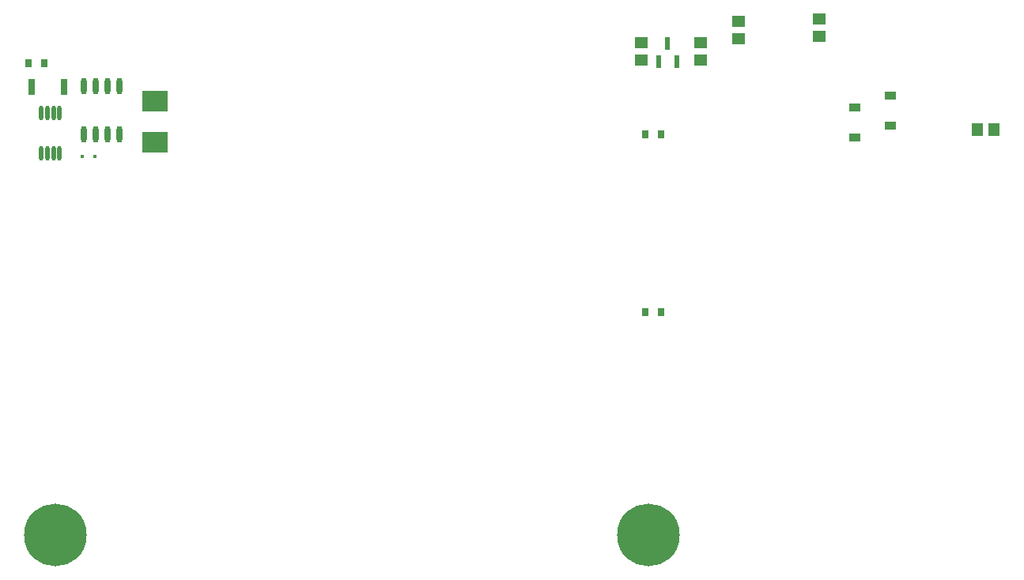
<source format=gbp>
G04 Layer_Color=128*
%FSLAX24Y24*%
%MOIN*%
G70*
G01*
G75*
%ADD10R,0.0157X0.0157*%
%ADD12O,0.0236X0.0709*%
%ADD14R,0.0315X0.0374*%
%ADD19O,0.0177X0.0630*%
%ADD20R,0.1080X0.0850*%
%ADD21R,0.0256X0.0689*%
%ADD35C,0.2640*%
%ADD36R,0.0551X0.0453*%
%ADD37R,0.0236X0.0531*%
%ADD38R,0.0480X0.0358*%
%ADD39R,0.0453X0.0551*%
D10*
X3402Y18048D02*
D03*
X3953D02*
D03*
D12*
X4977Y18988D02*
D03*
X4477D02*
D03*
X3977D02*
D03*
X3477D02*
D03*
X4977Y21035D02*
D03*
X4477D02*
D03*
X3977D02*
D03*
X3477D02*
D03*
D14*
X27165Y19000D02*
D03*
X27835D02*
D03*
X27165Y11500D02*
D03*
X27835D02*
D03*
X1143Y22000D02*
D03*
X1812D02*
D03*
D19*
X2461Y18202D02*
D03*
X2205D02*
D03*
X1950D02*
D03*
X1694D02*
D03*
X2461Y19894D02*
D03*
X2205D02*
D03*
X1950D02*
D03*
X1694D02*
D03*
D20*
X6477Y18665D02*
D03*
Y20406D02*
D03*
D21*
X1298Y21000D02*
D03*
X2657D02*
D03*
D35*
X2300Y2100D02*
D03*
X27300D02*
D03*
D36*
X34500Y23136D02*
D03*
Y23864D02*
D03*
X31100Y23036D02*
D03*
Y23764D02*
D03*
X29500Y22864D02*
D03*
Y22136D02*
D03*
X27000Y22864D02*
D03*
Y22136D02*
D03*
D37*
X28474Y22059D02*
D03*
X27726D02*
D03*
X28100Y22827D02*
D03*
D38*
X37500Y20644D02*
D03*
Y19356D02*
D03*
X36000Y20144D02*
D03*
Y18856D02*
D03*
D39*
X41136Y19200D02*
D03*
X41864D02*
D03*
M02*

</source>
